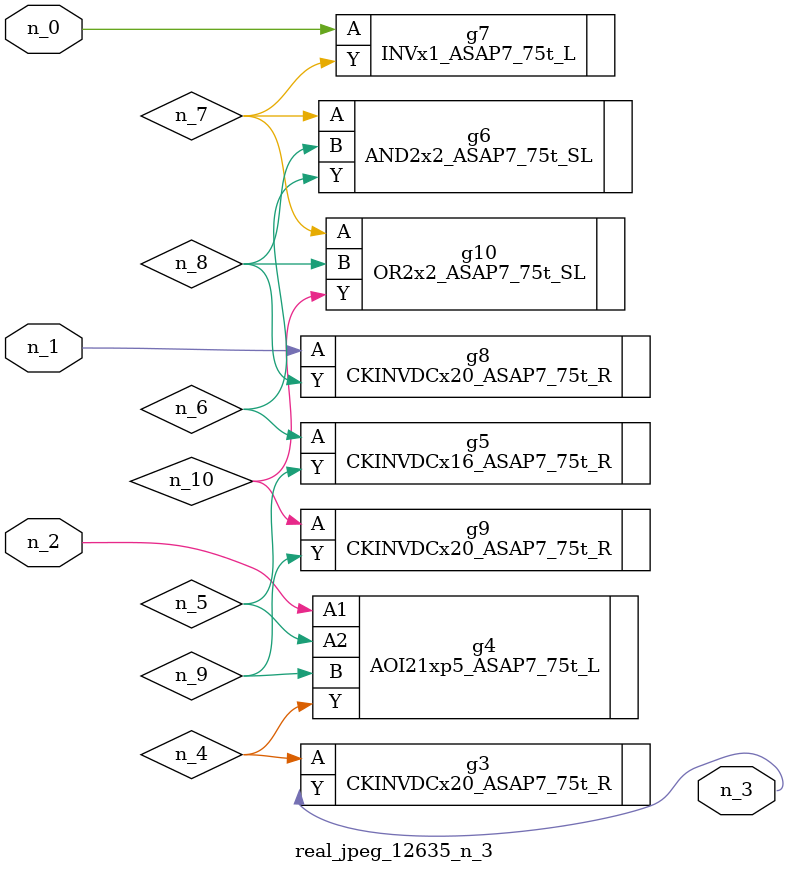
<source format=v>
module real_jpeg_12635_n_3 (n_1, n_0, n_2, n_3);

input n_1;
input n_0;
input n_2;

output n_3;

wire n_5;
wire n_4;
wire n_8;
wire n_6;
wire n_7;
wire n_10;
wire n_9;

INVx1_ASAP7_75t_L g7 ( 
.A(n_0),
.Y(n_7)
);

CKINVDCx20_ASAP7_75t_R g8 ( 
.A(n_1),
.Y(n_8)
);

AOI21xp5_ASAP7_75t_L g4 ( 
.A1(n_2),
.A2(n_5),
.B(n_9),
.Y(n_4)
);

CKINVDCx20_ASAP7_75t_R g3 ( 
.A(n_4),
.Y(n_3)
);

CKINVDCx16_ASAP7_75t_R g5 ( 
.A(n_6),
.Y(n_5)
);

AND2x2_ASAP7_75t_SL g6 ( 
.A(n_7),
.B(n_8),
.Y(n_6)
);

OR2x2_ASAP7_75t_SL g10 ( 
.A(n_7),
.B(n_8),
.Y(n_10)
);

CKINVDCx20_ASAP7_75t_R g9 ( 
.A(n_10),
.Y(n_9)
);


endmodule
</source>
